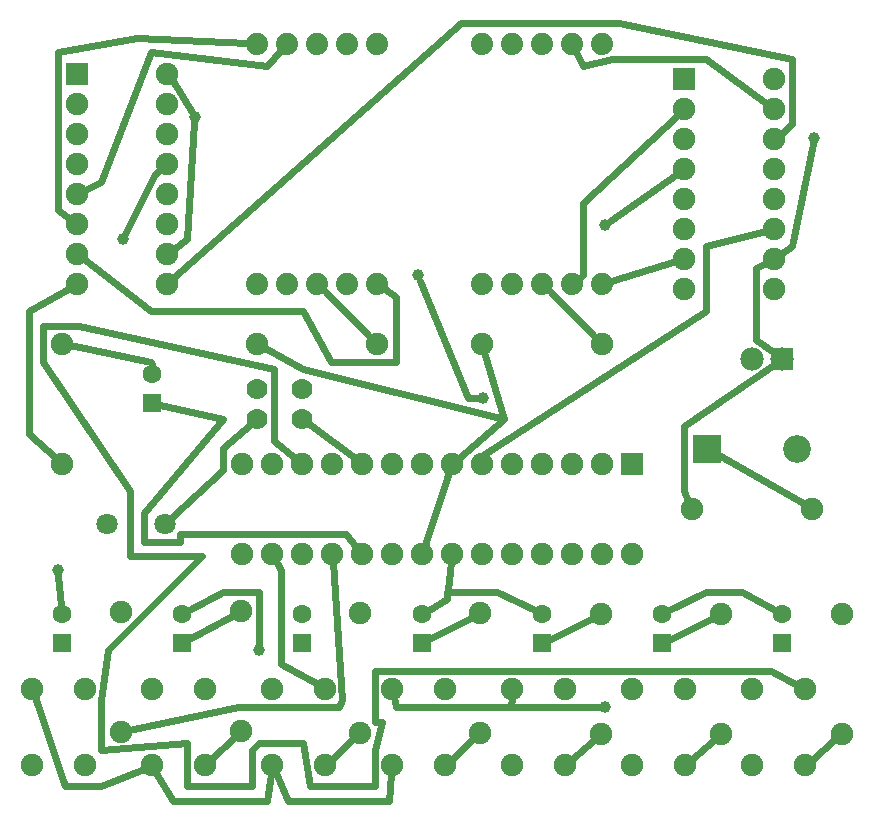
<source format=gtl>
G04 MADE WITH FRITZING*
G04 WWW.FRITZING.ORG*
G04 DOUBLE SIDED*
G04 HOLES PLATED*
G04 CONTOUR ON CENTER OF CONTOUR VECTOR*
%ASAXBY*%
%FSLAX23Y23*%
%MOIN*%
%OFA0B0*%
%SFA1.0B1.0*%
%ADD10C,0.075000*%
%ADD11C,0.070925*%
%ADD12C,0.070866*%
%ADD13C,0.070000*%
%ADD14C,0.092000*%
%ADD15C,0.062992*%
%ADD16C,0.078000*%
%ADD17C,0.039370*%
%ADD18C,0.074000*%
%ADD19R,0.075000X0.075000*%
%ADD20R,0.092000X0.092000*%
%ADD21R,0.062992X0.062992*%
%ADD22R,0.078000X0.078000*%
%ADD23C,0.024000*%
%LNCOPPER1*%
G90*
G70*
G54D10*
X2166Y1321D03*
X2166Y1021D03*
X2066Y1321D03*
X2066Y1021D03*
X1966Y1321D03*
X1966Y1021D03*
X1866Y1321D03*
X1866Y1021D03*
X1766Y1321D03*
X1766Y1021D03*
X1666Y1321D03*
X1666Y1021D03*
X1566Y1321D03*
X1566Y1021D03*
X1466Y1321D03*
X1466Y1021D03*
X1366Y1321D03*
X1366Y1021D03*
X1266Y1321D03*
X1266Y1021D03*
X1166Y1321D03*
X1166Y1021D03*
X1066Y1321D03*
X1066Y1021D03*
X966Y1321D03*
X966Y1021D03*
X866Y1321D03*
X866Y1021D03*
G54D11*
X609Y1121D03*
G54D12*
X416Y1121D03*
G54D13*
X916Y1571D03*
X916Y1471D03*
X1066Y1571D03*
X1066Y1471D03*
G54D10*
X2366Y1171D03*
X2766Y1171D03*
G54D14*
X2416Y1371D03*
X2716Y1371D03*
G54D15*
X566Y1522D03*
X566Y1621D03*
G54D10*
X266Y1321D03*
X266Y1721D03*
G54D16*
X2666Y1671D03*
X2566Y1671D03*
G54D17*
X2076Y2117D03*
X1452Y1949D03*
X1668Y1541D03*
X924Y701D03*
X252Y965D03*
X468Y2069D03*
X2076Y509D03*
X2772Y2405D03*
X708Y2477D03*
G54D10*
X2340Y2603D03*
X2640Y2603D03*
X2340Y2503D03*
X2640Y2503D03*
X2340Y2403D03*
X2640Y2403D03*
X2340Y2303D03*
X2640Y2303D03*
X2340Y2203D03*
X2640Y2203D03*
X2340Y2103D03*
X2640Y2103D03*
X2340Y2003D03*
X2640Y2003D03*
X2340Y1903D03*
X2640Y1903D03*
X316Y2621D03*
X616Y2621D03*
X316Y2521D03*
X616Y2521D03*
X316Y2421D03*
X616Y2421D03*
X316Y2321D03*
X616Y2321D03*
X316Y2221D03*
X616Y2221D03*
X316Y2121D03*
X616Y2121D03*
X316Y2021D03*
X616Y2021D03*
X316Y1921D03*
X616Y1921D03*
G54D18*
X2066Y2721D03*
X1966Y2721D03*
X1866Y2721D03*
X1766Y2721D03*
X1666Y2721D03*
X1666Y1921D03*
X1766Y1921D03*
X1866Y1921D03*
X1966Y1921D03*
X2066Y1921D03*
X2066Y2721D03*
X1966Y2721D03*
X1866Y2721D03*
X1766Y2721D03*
X1666Y2721D03*
X1666Y1921D03*
X1766Y1921D03*
X1866Y1921D03*
X1966Y1921D03*
X2066Y1921D03*
X1316Y2721D03*
X1216Y2721D03*
X1116Y2721D03*
X1016Y2721D03*
X916Y2721D03*
X916Y1921D03*
X1016Y1921D03*
X1116Y1921D03*
X1216Y1921D03*
X1316Y1921D03*
X1316Y2721D03*
X1216Y2721D03*
X1116Y2721D03*
X1016Y2721D03*
X916Y2721D03*
X916Y1921D03*
X1016Y1921D03*
X1116Y1921D03*
X1216Y1921D03*
X1316Y1921D03*
G54D10*
X1666Y1721D03*
X2066Y1721D03*
X916Y1721D03*
X1316Y1721D03*
X2566Y315D03*
X2566Y571D03*
X2743Y315D03*
X2743Y571D03*
X2166Y315D03*
X2166Y571D03*
X2343Y315D03*
X2343Y571D03*
X1766Y315D03*
X1766Y571D03*
X1943Y315D03*
X1943Y571D03*
X1366Y315D03*
X1366Y571D03*
X1543Y315D03*
X1543Y571D03*
X966Y315D03*
X966Y571D03*
X1143Y315D03*
X1143Y571D03*
X566Y315D03*
X566Y571D03*
X743Y315D03*
X743Y571D03*
X166Y315D03*
X166Y571D03*
X343Y315D03*
X343Y571D03*
X2866Y821D03*
X2866Y421D03*
X2461Y819D03*
X2461Y419D03*
X2061Y819D03*
X2061Y419D03*
X1660Y824D03*
X1660Y424D03*
X1259Y824D03*
X1259Y424D03*
X864Y829D03*
X864Y429D03*
X461Y826D03*
X461Y426D03*
G54D15*
X2666Y722D03*
X2666Y821D03*
X2266Y722D03*
X2266Y821D03*
X1866Y722D03*
X1866Y821D03*
X1466Y722D03*
X1466Y821D03*
X1066Y722D03*
X1066Y821D03*
X666Y722D03*
X666Y821D03*
X266Y722D03*
X266Y821D03*
G54D19*
X2166Y1321D03*
G54D20*
X2416Y1371D03*
G54D21*
X566Y1522D03*
G54D22*
X2666Y1671D03*
G54D19*
X2340Y2603D03*
X316Y2621D03*
G54D21*
X2666Y722D03*
X2266Y722D03*
X1866Y722D03*
X1466Y722D03*
X1066Y722D03*
X666Y722D03*
X266Y722D03*
G54D23*
X1490Y735D02*
X1635Y811D01*
D02*
X564Y1661D02*
X294Y1715D01*
D02*
X565Y1648D02*
X564Y1661D01*
D02*
X2095Y1930D02*
X2312Y1995D01*
D02*
X689Y735D02*
X838Y816D01*
D02*
X1890Y734D02*
X2035Y806D01*
D02*
X2436Y806D02*
X2290Y734D01*
D02*
X1296Y1741D02*
X1138Y1899D01*
D02*
X2046Y1741D02*
X1888Y1899D01*
D02*
X2741Y1185D02*
X2448Y1352D01*
D02*
X2412Y2669D02*
X2616Y2520D01*
D02*
X2100Y2669D02*
X2412Y2669D01*
D02*
X2004Y2645D02*
X2100Y2669D01*
D02*
X1980Y2693D02*
X2004Y2645D01*
D02*
X338Y2003D02*
X564Y1829D01*
D02*
X1380Y1661D02*
X1380Y1877D01*
D02*
X1164Y1661D02*
X1380Y1661D01*
D02*
X1068Y1829D02*
X1164Y1661D01*
D02*
X564Y1829D02*
X1068Y1829D01*
D02*
X2004Y2189D02*
X2319Y2483D01*
D02*
X2004Y1949D02*
X2004Y2189D01*
D02*
X1991Y1939D02*
X2004Y1949D01*
D02*
X1380Y1877D02*
X1341Y1903D01*
D02*
X804Y1373D02*
X896Y1453D01*
D02*
X804Y1301D02*
X804Y1373D01*
D02*
X629Y1139D02*
X804Y1301D01*
D02*
X1243Y1338D02*
X1087Y1455D01*
D02*
X2092Y2128D02*
X2316Y2286D01*
D02*
X843Y410D02*
X764Y335D01*
D02*
X1238Y405D02*
X1164Y334D01*
D02*
X979Y996D02*
X996Y965D01*
D02*
X396Y2261D02*
X564Y2693D01*
D02*
X341Y2234D02*
X396Y2261D01*
D02*
X996Y653D02*
X1118Y585D01*
D02*
X996Y965D02*
X996Y653D01*
D02*
X564Y2693D02*
X948Y2645D01*
D02*
X252Y2693D02*
X516Y2741D01*
D02*
X252Y2165D02*
X252Y2693D01*
D02*
X292Y2137D02*
X252Y2165D01*
D02*
X948Y2645D02*
X995Y2698D01*
D02*
X540Y1061D02*
X540Y1157D01*
D02*
X660Y1061D02*
X540Y1061D01*
D02*
X660Y1085D02*
X660Y1061D01*
D02*
X1212Y1085D02*
X660Y1085D01*
D02*
X1247Y1043D02*
X1212Y1085D01*
D02*
X516Y2741D02*
X885Y2722D01*
D02*
X540Y1157D02*
X804Y1469D01*
D02*
X1168Y992D02*
X1200Y533D01*
D02*
X804Y1469D02*
X592Y1516D01*
D02*
X852Y509D02*
X489Y432D01*
D02*
X1188Y509D02*
X852Y509D01*
D02*
X1200Y533D02*
X1188Y509D01*
D02*
X1639Y405D02*
X1564Y334D01*
D02*
X637Y1940D02*
X1596Y2789D01*
D02*
X2124Y2789D02*
X2700Y2669D01*
D02*
X1596Y2789D02*
X2124Y2789D01*
D02*
X2612Y2096D02*
X2412Y2045D01*
D02*
X2700Y2453D02*
X2662Y2421D01*
D02*
X2700Y2669D02*
X2700Y2453D01*
D02*
X2412Y1829D02*
X1668Y1349D01*
D02*
X2412Y2045D02*
X2412Y1829D01*
D02*
X2039Y400D02*
X1964Y334D01*
D02*
X1620Y1541D02*
X1649Y1541D01*
D02*
X1459Y1931D02*
X1620Y1541D01*
D02*
X1668Y1349D02*
X1668Y1349D01*
D02*
X2844Y402D02*
X2765Y334D01*
D02*
X2440Y400D02*
X2364Y334D01*
D02*
X1044Y1339D02*
X972Y1397D01*
D02*
X324Y1781D02*
X204Y1781D01*
D02*
X972Y1637D02*
X324Y1781D01*
D02*
X972Y1397D02*
X972Y1637D01*
D02*
X204Y1661D02*
X492Y1229D01*
D02*
X204Y1781D02*
X204Y1661D01*
D02*
X732Y1013D02*
X420Y701D01*
D02*
X492Y1013D02*
X732Y1013D01*
D02*
X492Y1229D02*
X492Y1013D01*
D02*
X684Y245D02*
X900Y245D01*
D02*
X684Y389D02*
X684Y245D01*
D02*
X396Y365D02*
X684Y389D01*
D02*
X396Y533D02*
X396Y365D01*
D02*
X420Y701D02*
X396Y533D01*
D02*
X1092Y245D02*
X1308Y245D01*
D02*
X1068Y389D02*
X1092Y245D01*
D02*
X924Y389D02*
X1068Y389D01*
D02*
X900Y365D02*
X924Y389D01*
D02*
X900Y245D02*
X900Y365D01*
D02*
X1489Y834D02*
X1548Y869D01*
D02*
X2628Y629D02*
X2717Y584D01*
D02*
X1308Y629D02*
X2628Y629D01*
D02*
X1308Y461D02*
X1308Y629D01*
D02*
X1332Y461D02*
X1308Y461D01*
D02*
X1308Y365D02*
X1332Y461D01*
D02*
X1308Y245D02*
X1308Y365D01*
D02*
X1548Y869D02*
X1562Y992D01*
D02*
X1548Y893D02*
X1548Y869D01*
D02*
X1716Y893D02*
X1548Y893D01*
D02*
X1842Y832D02*
X1716Y893D01*
D02*
X2412Y893D02*
X2290Y833D01*
D02*
X2532Y893D02*
X2412Y893D01*
D02*
X2642Y833D02*
X2532Y893D01*
D02*
X690Y833D02*
X804Y893D01*
D02*
X924Y893D02*
X924Y720D01*
D02*
X804Y893D02*
X924Y893D01*
D02*
X263Y848D02*
X254Y946D01*
D02*
X291Y1906D02*
X156Y1829D01*
D02*
X156Y1421D02*
X245Y1340D01*
D02*
X156Y1829D02*
X156Y1421D01*
D02*
X595Y2302D02*
X576Y2285D01*
D02*
X1557Y1294D02*
X1475Y1048D01*
D02*
X576Y2285D02*
X476Y2086D01*
D02*
X1674Y1693D02*
X1740Y1469D01*
X1740Y1469D02*
X1588Y1339D01*
D02*
X1380Y509D02*
X2057Y509D01*
D02*
X1372Y543D02*
X1380Y509D01*
D02*
X1764Y509D02*
X2076Y509D01*
D02*
X1765Y542D02*
X1764Y509D01*
D02*
X978Y289D02*
X1020Y197D01*
D02*
X1356Y197D02*
X1363Y286D01*
D02*
X1020Y197D02*
X1356Y197D01*
D02*
X948Y197D02*
X961Y287D01*
D02*
X636Y197D02*
X948Y197D01*
D02*
X580Y290D02*
X636Y197D01*
D02*
X175Y544D02*
X276Y245D01*
D02*
X396Y245D02*
X539Y304D01*
D02*
X276Y245D02*
X396Y245D01*
D02*
X2340Y1229D02*
X2354Y1197D01*
D02*
X2340Y1445D02*
X2340Y1229D01*
D02*
X2641Y1654D02*
X2340Y1445D01*
D02*
X2580Y1733D02*
X2641Y1688D01*
D02*
X2580Y1973D02*
X2580Y1733D01*
D02*
X2614Y1990D02*
X2580Y1973D01*
D02*
X2768Y2386D02*
X2700Y2045D01*
D02*
X2700Y2045D02*
X2663Y2019D01*
D02*
X1068Y1637D02*
X1740Y1469D01*
D02*
X941Y1707D02*
X1068Y1637D01*
D02*
X684Y2069D02*
X707Y2458D01*
D02*
X639Y2037D02*
X684Y2069D01*
D02*
X636Y2597D02*
X698Y2493D01*
D02*
X634Y2599D02*
X636Y2597D01*
G04 End of Copper1*
M02*
</source>
